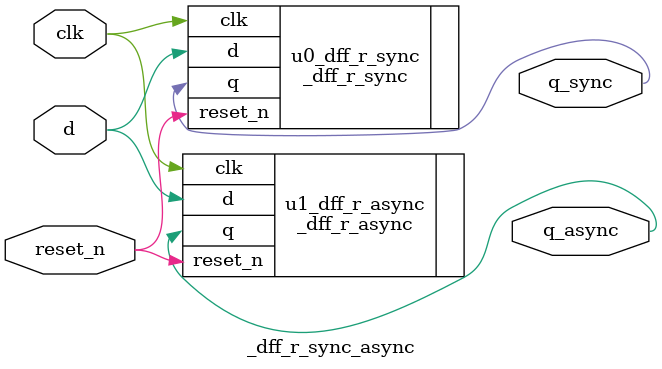
<source format=v>
module _dff_r_sync_async(clk, reset_n, d, q_sync, q_async);
	input clk, reset_n, d;
	output q_sync, q_async;
	
	_dff_r_sync u0_dff_r_sync(.clk(clk), .reset_n(reset_n), .d(d), .q(q_sync));
	_dff_r_async u1_dff_r_async(.clk(clk), .reset_n(reset_n), .d(d), .q(q_async));
endmodule

</source>
